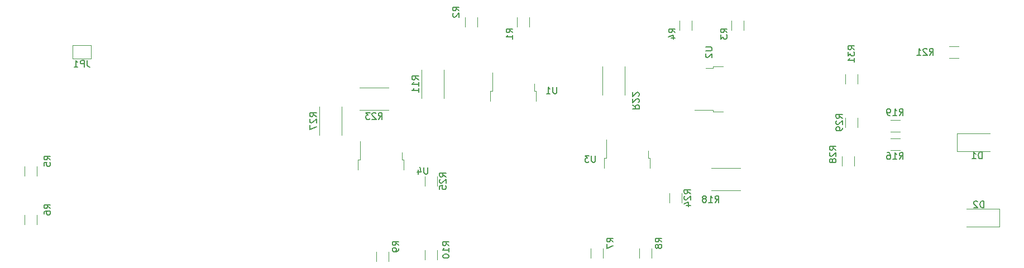
<source format=gbr>
%TF.GenerationSoftware,KiCad,Pcbnew,(5.1.10)-1*%
%TF.CreationDate,2021-11-20T18:22:11+01:00*%
%TF.ProjectId,MRAMP00_PowerSupply,4d52414d-5030-4305-9f50-6f7765725375,rev?*%
%TF.SameCoordinates,Original*%
%TF.FileFunction,Legend,Bot*%
%TF.FilePolarity,Positive*%
%FSLAX46Y46*%
G04 Gerber Fmt 4.6, Leading zero omitted, Abs format (unit mm)*
G04 Created by KiCad (PCBNEW (5.1.10)-1) date 2021-11-20 18:22:11*
%MOMM*%
%LPD*%
G01*
G04 APERTURE LIST*
%ADD10C,0.120000*%
%ADD11C,0.150000*%
G04 APERTURE END LIST*
D10*
%TO.C,D2*%
X-485716000Y3950000D02*
X-490696000Y3950000D01*
X-485716000Y1230000D02*
X-490696000Y1230000D01*
X-485716000Y3950000D02*
X-485716000Y1230000D01*
%TO.C,D1*%
X-492130000Y12660000D02*
X-487150000Y12660000D01*
X-492130000Y15380000D02*
X-487150000Y15380000D01*
X-492130000Y12660000D02*
X-492130000Y15380000D01*
%TO.C,R31*%
X-509010000Y24399064D02*
X-509010000Y22944936D01*
X-507190000Y24399064D02*
X-507190000Y22944936D01*
%TO.C,R29*%
X-509010000Y17795064D02*
X-509010000Y16340936D01*
X-507190000Y17795064D02*
X-507190000Y16340936D01*
%TO.C,R28*%
X-507698000Y10498936D02*
X-507698000Y11953064D01*
X-509518000Y10498936D02*
X-509518000Y11953064D01*
%TO.C,R27*%
X-588804000Y19499064D02*
X-588804000Y15144936D01*
X-585384000Y19499064D02*
X-585384000Y15144936D01*
%TO.C,R25*%
X-570944000Y7450936D02*
X-570944000Y8905064D01*
X-572764000Y7450936D02*
X-572764000Y8905064D01*
%TO.C,R24*%
X-533860000Y4910936D02*
X-533860000Y6365064D01*
X-535680000Y4910936D02*
X-535680000Y6365064D01*
%TO.C,R23*%
X-582667064Y18914000D02*
X-578312936Y18914000D01*
X-582667064Y22334000D02*
X-578312936Y22334000D01*
%TO.C,R22*%
X-542458000Y21240936D02*
X-542458000Y25595064D01*
X-545878000Y21240936D02*
X-545878000Y25595064D01*
%TO.C,R21*%
X-493333064Y26826000D02*
X-491878936Y26826000D01*
X-493333064Y28646000D02*
X-491878936Y28646000D01*
%TO.C,R19*%
X-502223064Y15650000D02*
X-500768936Y15650000D01*
X-502223064Y17470000D02*
X-500768936Y17470000D01*
%TO.C,R18*%
X-524972936Y10142000D02*
X-529327064Y10142000D01*
X-524972936Y6722000D02*
X-529327064Y6722000D01*
%TO.C,R16*%
X-502223064Y12856000D02*
X-500768936Y12856000D01*
X-502223064Y14676000D02*
X-500768936Y14676000D01*
%TO.C,R11*%
X-573310000Y25087064D02*
X-573310000Y20732936D01*
X-569890000Y25087064D02*
X-569890000Y20732936D01*
%TO.C,R10*%
X-572764000Y-2270936D02*
X-572764000Y-3725064D01*
X-570944000Y-2270936D02*
X-570944000Y-3725064D01*
%TO.C,R9*%
X-578310000Y-3979064D02*
X-578310000Y-2524936D01*
X-580130000Y-3979064D02*
X-580130000Y-2524936D01*
%TO.C,R8*%
X-538432000Y-2016936D02*
X-538432000Y-3471064D01*
X-540252000Y-2016936D02*
X-540252000Y-3471064D01*
%TO.C,R7*%
X-545798000Y-3471064D02*
X-545798000Y-2016936D01*
X-547618000Y-3471064D02*
X-547618000Y-2016936D01*
%TO.C,R6*%
X-633470000Y3063064D02*
X-633470000Y1608936D01*
X-631650000Y3063064D02*
X-631650000Y1608936D01*
%TO.C,R5*%
X-633470000Y10429064D02*
X-633470000Y8974936D01*
X-631650000Y10429064D02*
X-631650000Y8974936D01*
%TO.C,R4*%
X-532336000Y31072936D02*
X-532336000Y32527064D01*
X-534156000Y31072936D02*
X-534156000Y32527064D01*
%TO.C,R3*%
X-526282000Y32527064D02*
X-526282000Y31072936D01*
X-524462000Y32527064D02*
X-524462000Y31072936D01*
%TO.C,R2*%
X-564848000Y31580936D02*
X-564848000Y33035064D01*
X-566668000Y31580936D02*
X-566668000Y33035064D01*
%TO.C,R1*%
X-558794000Y33035064D02*
X-558794000Y31580936D01*
X-556974000Y33035064D02*
X-556974000Y31580936D01*
%TO.C,U4*%
X-582924000Y9910000D02*
X-582924000Y11410000D01*
X-582924000Y11410000D02*
X-582654000Y11410000D01*
X-582654000Y11410000D02*
X-582654000Y14240000D01*
X-576024000Y9910000D02*
X-576024000Y11410000D01*
X-576024000Y11410000D02*
X-576294000Y11410000D01*
X-576294000Y11410000D02*
X-576294000Y12510000D01*
%TO.C,U3*%
X-545586000Y10164000D02*
X-545586000Y11664000D01*
X-545586000Y11664000D02*
X-545316000Y11664000D01*
X-545316000Y11664000D02*
X-545316000Y14494000D01*
X-538686000Y10164000D02*
X-538686000Y11664000D01*
X-538686000Y11664000D02*
X-538956000Y11664000D01*
X-538956000Y11664000D02*
X-538956000Y12764000D01*
%TO.C,U2*%
X-527612000Y18698000D02*
X-529112000Y18698000D01*
X-529112000Y18698000D02*
X-529112000Y18968000D01*
X-529112000Y18968000D02*
X-531942000Y18968000D01*
X-527612000Y25598000D02*
X-529112000Y25598000D01*
X-529112000Y25598000D02*
X-529112000Y25328000D01*
X-529112000Y25328000D02*
X-530212000Y25328000D01*
%TO.C,U1*%
X-562858000Y20324000D02*
X-562858000Y21824000D01*
X-562858000Y21824000D02*
X-562588000Y21824000D01*
X-562588000Y21824000D02*
X-562588000Y24654000D01*
X-555958000Y20324000D02*
X-555958000Y21824000D01*
X-555958000Y21824000D02*
X-556228000Y21824000D01*
X-556228000Y21824000D02*
X-556228000Y22924000D01*
%TO.C,JP1*%
X-626228000Y28736000D02*
X-626228000Y26736000D01*
X-623428000Y28736000D02*
X-626228000Y28736000D01*
X-623428000Y26736000D02*
X-623428000Y28736000D01*
X-626228000Y26736000D02*
X-623428000Y26736000D01*
%TO.C,D2*%
D11*
X-488057904Y4137619D02*
X-488057904Y5137619D01*
X-488296000Y5137619D01*
X-488438857Y5090000D01*
X-488534095Y4994761D01*
X-488581714Y4899523D01*
X-488629333Y4709047D01*
X-488629333Y4566190D01*
X-488581714Y4375714D01*
X-488534095Y4280476D01*
X-488438857Y4185238D01*
X-488296000Y4137619D01*
X-488057904Y4137619D01*
X-489010285Y5042380D02*
X-489057904Y5090000D01*
X-489153142Y5137619D01*
X-489391238Y5137619D01*
X-489486476Y5090000D01*
X-489534095Y5042380D01*
X-489581714Y4947142D01*
X-489581714Y4851904D01*
X-489534095Y4709047D01*
X-488962666Y4137619D01*
X-489581714Y4137619D01*
%TO.C,D1*%
X-488311904Y11567619D02*
X-488311904Y12567619D01*
X-488550000Y12567619D01*
X-488692857Y12520000D01*
X-488788095Y12424761D01*
X-488835714Y12329523D01*
X-488883333Y12139047D01*
X-488883333Y11996190D01*
X-488835714Y11805714D01*
X-488788095Y11710476D01*
X-488692857Y11615238D01*
X-488550000Y11567619D01*
X-488311904Y11567619D01*
X-489835714Y11567619D02*
X-489264285Y11567619D01*
X-489550000Y11567619D02*
X-489550000Y12567619D01*
X-489454761Y12424761D01*
X-489359523Y12329523D01*
X-489264285Y12281904D01*
%TO.C,R31*%
X-507647619Y28124857D02*
X-508123809Y28458190D01*
X-507647619Y28696285D02*
X-508647619Y28696285D01*
X-508647619Y28315333D01*
X-508600000Y28220095D01*
X-508552380Y28172476D01*
X-508457142Y28124857D01*
X-508314285Y28124857D01*
X-508219047Y28172476D01*
X-508171428Y28220095D01*
X-508123809Y28315333D01*
X-508123809Y28696285D01*
X-508647619Y27791523D02*
X-508647619Y27172476D01*
X-508266666Y27505809D01*
X-508266666Y27362952D01*
X-508219047Y27267714D01*
X-508171428Y27220095D01*
X-508076190Y27172476D01*
X-507838095Y27172476D01*
X-507742857Y27220095D01*
X-507695238Y27267714D01*
X-507647619Y27362952D01*
X-507647619Y27648666D01*
X-507695238Y27743904D01*
X-507742857Y27791523D01*
X-507647619Y26220095D02*
X-507647619Y26791523D01*
X-507647619Y26505809D02*
X-508647619Y26505809D01*
X-508504761Y26601047D01*
X-508409523Y26696285D01*
X-508361904Y26791523D01*
%TO.C,R29*%
X-509467619Y17710857D02*
X-509943809Y18044190D01*
X-509467619Y18282285D02*
X-510467619Y18282285D01*
X-510467619Y17901333D01*
X-510420000Y17806095D01*
X-510372380Y17758476D01*
X-510277142Y17710857D01*
X-510134285Y17710857D01*
X-510039047Y17758476D01*
X-509991428Y17806095D01*
X-509943809Y17901333D01*
X-509943809Y18282285D01*
X-510372380Y17329904D02*
X-510420000Y17282285D01*
X-510467619Y17187047D01*
X-510467619Y16948952D01*
X-510420000Y16853714D01*
X-510372380Y16806095D01*
X-510277142Y16758476D01*
X-510181904Y16758476D01*
X-510039047Y16806095D01*
X-509467619Y17377523D01*
X-509467619Y16758476D01*
X-509467619Y16282285D02*
X-509467619Y16091809D01*
X-509515238Y15996571D01*
X-509562857Y15948952D01*
X-509705714Y15853714D01*
X-509896190Y15806095D01*
X-510277142Y15806095D01*
X-510372380Y15853714D01*
X-510420000Y15901333D01*
X-510467619Y15996571D01*
X-510467619Y16187047D01*
X-510420000Y16282285D01*
X-510372380Y16329904D01*
X-510277142Y16377523D01*
X-510039047Y16377523D01*
X-509943809Y16329904D01*
X-509896190Y16282285D01*
X-509848571Y16187047D01*
X-509848571Y15996571D01*
X-509896190Y15901333D01*
X-509943809Y15853714D01*
X-510039047Y15806095D01*
%TO.C,R28*%
X-510441619Y12884857D02*
X-510917809Y13218190D01*
X-510441619Y13456285D02*
X-511441619Y13456285D01*
X-511441619Y13075333D01*
X-511394000Y12980095D01*
X-511346380Y12932476D01*
X-511251142Y12884857D01*
X-511108285Y12884857D01*
X-511013047Y12932476D01*
X-510965428Y12980095D01*
X-510917809Y13075333D01*
X-510917809Y13456285D01*
X-511346380Y12503904D02*
X-511394000Y12456285D01*
X-511441619Y12361047D01*
X-511441619Y12122952D01*
X-511394000Y12027714D01*
X-511346380Y11980095D01*
X-511251142Y11932476D01*
X-511155904Y11932476D01*
X-511013047Y11980095D01*
X-510441619Y12551523D01*
X-510441619Y11932476D01*
X-511013047Y11361047D02*
X-511060666Y11456285D01*
X-511108285Y11503904D01*
X-511203523Y11551523D01*
X-511251142Y11551523D01*
X-511346380Y11503904D01*
X-511394000Y11456285D01*
X-511441619Y11361047D01*
X-511441619Y11170571D01*
X-511394000Y11075333D01*
X-511346380Y11027714D01*
X-511251142Y10980095D01*
X-511203523Y10980095D01*
X-511108285Y11027714D01*
X-511060666Y11075333D01*
X-511013047Y11170571D01*
X-511013047Y11361047D01*
X-510965428Y11456285D01*
X-510917809Y11503904D01*
X-510822571Y11551523D01*
X-510632095Y11551523D01*
X-510536857Y11503904D01*
X-510489238Y11456285D01*
X-510441619Y11361047D01*
X-510441619Y11170571D01*
X-510489238Y11075333D01*
X-510536857Y11027714D01*
X-510632095Y10980095D01*
X-510822571Y10980095D01*
X-510917809Y11027714D01*
X-510965428Y11075333D01*
X-511013047Y11170571D01*
%TO.C,R27*%
X-589261619Y17964857D02*
X-589737809Y18298190D01*
X-589261619Y18536285D02*
X-590261619Y18536285D01*
X-590261619Y18155333D01*
X-590214000Y18060095D01*
X-590166380Y18012476D01*
X-590071142Y17964857D01*
X-589928285Y17964857D01*
X-589833047Y18012476D01*
X-589785428Y18060095D01*
X-589737809Y18155333D01*
X-589737809Y18536285D01*
X-590166380Y17583904D02*
X-590214000Y17536285D01*
X-590261619Y17441047D01*
X-590261619Y17202952D01*
X-590214000Y17107714D01*
X-590166380Y17060095D01*
X-590071142Y17012476D01*
X-589975904Y17012476D01*
X-589833047Y17060095D01*
X-589261619Y17631523D01*
X-589261619Y17012476D01*
X-590261619Y16679142D02*
X-590261619Y16012476D01*
X-589261619Y16441047D01*
%TO.C,R25*%
X-569581619Y8820857D02*
X-570057809Y9154190D01*
X-569581619Y9392285D02*
X-570581619Y9392285D01*
X-570581619Y9011333D01*
X-570534000Y8916095D01*
X-570486380Y8868476D01*
X-570391142Y8820857D01*
X-570248285Y8820857D01*
X-570153047Y8868476D01*
X-570105428Y8916095D01*
X-570057809Y9011333D01*
X-570057809Y9392285D01*
X-570486380Y8439904D02*
X-570534000Y8392285D01*
X-570581619Y8297047D01*
X-570581619Y8058952D01*
X-570534000Y7963714D01*
X-570486380Y7916095D01*
X-570391142Y7868476D01*
X-570295904Y7868476D01*
X-570153047Y7916095D01*
X-569581619Y8487523D01*
X-569581619Y7868476D01*
X-570581619Y6963714D02*
X-570581619Y7439904D01*
X-570105428Y7487523D01*
X-570153047Y7439904D01*
X-570200666Y7344666D01*
X-570200666Y7106571D01*
X-570153047Y7011333D01*
X-570105428Y6963714D01*
X-570010190Y6916095D01*
X-569772095Y6916095D01*
X-569676857Y6963714D01*
X-569629238Y7011333D01*
X-569581619Y7106571D01*
X-569581619Y7344666D01*
X-569629238Y7439904D01*
X-569676857Y7487523D01*
%TO.C,R24*%
X-532497619Y6280857D02*
X-532973809Y6614190D01*
X-532497619Y6852285D02*
X-533497619Y6852285D01*
X-533497619Y6471333D01*
X-533450000Y6376095D01*
X-533402380Y6328476D01*
X-533307142Y6280857D01*
X-533164285Y6280857D01*
X-533069047Y6328476D01*
X-533021428Y6376095D01*
X-532973809Y6471333D01*
X-532973809Y6852285D01*
X-533402380Y5899904D02*
X-533450000Y5852285D01*
X-533497619Y5757047D01*
X-533497619Y5518952D01*
X-533450000Y5423714D01*
X-533402380Y5376095D01*
X-533307142Y5328476D01*
X-533211904Y5328476D01*
X-533069047Y5376095D01*
X-532497619Y5947523D01*
X-532497619Y5328476D01*
X-533164285Y4471333D02*
X-532497619Y4471333D01*
X-533545238Y4709428D02*
X-532830952Y4947523D01*
X-532830952Y4328476D01*
%TO.C,R23*%
X-579847142Y17551619D02*
X-579513809Y18027809D01*
X-579275714Y17551619D02*
X-579275714Y18551619D01*
X-579656666Y18551619D01*
X-579751904Y18504000D01*
X-579799523Y18456380D01*
X-579847142Y18361142D01*
X-579847142Y18218285D01*
X-579799523Y18123047D01*
X-579751904Y18075428D01*
X-579656666Y18027809D01*
X-579275714Y18027809D01*
X-580228095Y18456380D02*
X-580275714Y18504000D01*
X-580370952Y18551619D01*
X-580609047Y18551619D01*
X-580704285Y18504000D01*
X-580751904Y18456380D01*
X-580799523Y18361142D01*
X-580799523Y18265904D01*
X-580751904Y18123047D01*
X-580180476Y17551619D01*
X-580799523Y17551619D01*
X-581132857Y18551619D02*
X-581751904Y18551619D01*
X-581418571Y18170666D01*
X-581561428Y18170666D01*
X-581656666Y18123047D01*
X-581704285Y18075428D01*
X-581751904Y17980190D01*
X-581751904Y17742095D01*
X-581704285Y17646857D01*
X-581656666Y17599238D01*
X-581561428Y17551619D01*
X-581275714Y17551619D01*
X-581180476Y17599238D01*
X-581132857Y17646857D01*
%TO.C,R22*%
X-541318380Y19727142D02*
X-540842190Y19393809D01*
X-541318380Y19155714D02*
X-540318380Y19155714D01*
X-540318380Y19536666D01*
X-540366000Y19631904D01*
X-540413619Y19679523D01*
X-540508857Y19727142D01*
X-540651714Y19727142D01*
X-540746952Y19679523D01*
X-540794571Y19631904D01*
X-540842190Y19536666D01*
X-540842190Y19155714D01*
X-540413619Y20108095D02*
X-540366000Y20155714D01*
X-540318380Y20250952D01*
X-540318380Y20489047D01*
X-540366000Y20584285D01*
X-540413619Y20631904D01*
X-540508857Y20679523D01*
X-540604095Y20679523D01*
X-540746952Y20631904D01*
X-541318380Y20060476D01*
X-541318380Y20679523D01*
X-540413619Y21060476D02*
X-540366000Y21108095D01*
X-540318380Y21203333D01*
X-540318380Y21441428D01*
X-540366000Y21536666D01*
X-540413619Y21584285D01*
X-540508857Y21631904D01*
X-540604095Y21631904D01*
X-540746952Y21584285D01*
X-541318380Y21012857D01*
X-541318380Y21631904D01*
%TO.C,R21*%
X-496281142Y27283619D02*
X-495947809Y27759809D01*
X-495709714Y27283619D02*
X-495709714Y28283619D01*
X-496090666Y28283619D01*
X-496185904Y28236000D01*
X-496233523Y28188380D01*
X-496281142Y28093142D01*
X-496281142Y27950285D01*
X-496233523Y27855047D01*
X-496185904Y27807428D01*
X-496090666Y27759809D01*
X-495709714Y27759809D01*
X-496662095Y28188380D02*
X-496709714Y28236000D01*
X-496804952Y28283619D01*
X-497043047Y28283619D01*
X-497138285Y28236000D01*
X-497185904Y28188380D01*
X-497233523Y28093142D01*
X-497233523Y27997904D01*
X-497185904Y27855047D01*
X-496614476Y27283619D01*
X-497233523Y27283619D01*
X-498185904Y27283619D02*
X-497614476Y27283619D01*
X-497900190Y27283619D02*
X-497900190Y28283619D01*
X-497804952Y28140761D01*
X-497709714Y28045523D01*
X-497614476Y27997904D01*
%TO.C,R19*%
X-500853142Y18139619D02*
X-500519809Y18615809D01*
X-500281714Y18139619D02*
X-500281714Y19139619D01*
X-500662666Y19139619D01*
X-500757904Y19092000D01*
X-500805523Y19044380D01*
X-500853142Y18949142D01*
X-500853142Y18806285D01*
X-500805523Y18711047D01*
X-500757904Y18663428D01*
X-500662666Y18615809D01*
X-500281714Y18615809D01*
X-501805523Y18139619D02*
X-501234095Y18139619D01*
X-501519809Y18139619D02*
X-501519809Y19139619D01*
X-501424571Y18996761D01*
X-501329333Y18901523D01*
X-501234095Y18853904D01*
X-502281714Y18139619D02*
X-502472190Y18139619D01*
X-502567428Y18187238D01*
X-502615047Y18234857D01*
X-502710285Y18377714D01*
X-502757904Y18568190D01*
X-502757904Y18949142D01*
X-502710285Y19044380D01*
X-502662666Y19092000D01*
X-502567428Y19139619D01*
X-502376952Y19139619D01*
X-502281714Y19092000D01*
X-502234095Y19044380D01*
X-502186476Y18949142D01*
X-502186476Y18711047D01*
X-502234095Y18615809D01*
X-502281714Y18568190D01*
X-502376952Y18520571D01*
X-502567428Y18520571D01*
X-502662666Y18568190D01*
X-502710285Y18615809D01*
X-502757904Y18711047D01*
%TO.C,R18*%
X-528795142Y4931619D02*
X-528461809Y5407809D01*
X-528223714Y4931619D02*
X-528223714Y5931619D01*
X-528604666Y5931619D01*
X-528699904Y5884000D01*
X-528747523Y5836380D01*
X-528795142Y5741142D01*
X-528795142Y5598285D01*
X-528747523Y5503047D01*
X-528699904Y5455428D01*
X-528604666Y5407809D01*
X-528223714Y5407809D01*
X-529747523Y4931619D02*
X-529176095Y4931619D01*
X-529461809Y4931619D02*
X-529461809Y5931619D01*
X-529366571Y5788761D01*
X-529271333Y5693523D01*
X-529176095Y5645904D01*
X-530318952Y5503047D02*
X-530223714Y5550666D01*
X-530176095Y5598285D01*
X-530128476Y5693523D01*
X-530128476Y5741142D01*
X-530176095Y5836380D01*
X-530223714Y5884000D01*
X-530318952Y5931619D01*
X-530509428Y5931619D01*
X-530604666Y5884000D01*
X-530652285Y5836380D01*
X-530699904Y5741142D01*
X-530699904Y5693523D01*
X-530652285Y5598285D01*
X-530604666Y5550666D01*
X-530509428Y5503047D01*
X-530318952Y5503047D01*
X-530223714Y5455428D01*
X-530176095Y5407809D01*
X-530128476Y5312571D01*
X-530128476Y5122095D01*
X-530176095Y5026857D01*
X-530223714Y4979238D01*
X-530318952Y4931619D01*
X-530509428Y4931619D01*
X-530604666Y4979238D01*
X-530652285Y5026857D01*
X-530699904Y5122095D01*
X-530699904Y5312571D01*
X-530652285Y5407809D01*
X-530604666Y5455428D01*
X-530509428Y5503047D01*
%TO.C,R16*%
X-500853142Y11493619D02*
X-500519809Y11969809D01*
X-500281714Y11493619D02*
X-500281714Y12493619D01*
X-500662666Y12493619D01*
X-500757904Y12446000D01*
X-500805523Y12398380D01*
X-500853142Y12303142D01*
X-500853142Y12160285D01*
X-500805523Y12065047D01*
X-500757904Y12017428D01*
X-500662666Y11969809D01*
X-500281714Y11969809D01*
X-501805523Y11493619D02*
X-501234095Y11493619D01*
X-501519809Y11493619D02*
X-501519809Y12493619D01*
X-501424571Y12350761D01*
X-501329333Y12255523D01*
X-501234095Y12207904D01*
X-502662666Y12493619D02*
X-502472190Y12493619D01*
X-502376952Y12446000D01*
X-502329333Y12398380D01*
X-502234095Y12255523D01*
X-502186476Y12065047D01*
X-502186476Y11684095D01*
X-502234095Y11588857D01*
X-502281714Y11541238D01*
X-502376952Y11493619D01*
X-502567428Y11493619D01*
X-502662666Y11541238D01*
X-502710285Y11588857D01*
X-502757904Y11684095D01*
X-502757904Y11922190D01*
X-502710285Y12017428D01*
X-502662666Y12065047D01*
X-502567428Y12112666D01*
X-502376952Y12112666D01*
X-502281714Y12065047D01*
X-502234095Y12017428D01*
X-502186476Y11922190D01*
%TO.C,R11*%
X-573767619Y23552857D02*
X-574243809Y23886190D01*
X-573767619Y24124285D02*
X-574767619Y24124285D01*
X-574767619Y23743333D01*
X-574720000Y23648095D01*
X-574672380Y23600476D01*
X-574577142Y23552857D01*
X-574434285Y23552857D01*
X-574339047Y23600476D01*
X-574291428Y23648095D01*
X-574243809Y23743333D01*
X-574243809Y24124285D01*
X-573767619Y22600476D02*
X-573767619Y23171904D01*
X-573767619Y22886190D02*
X-574767619Y22886190D01*
X-574624761Y22981428D01*
X-574529523Y23076666D01*
X-574481904Y23171904D01*
X-573767619Y21648095D02*
X-573767619Y22219523D01*
X-573767619Y21933809D02*
X-574767619Y21933809D01*
X-574624761Y22029047D01*
X-574529523Y22124285D01*
X-574481904Y22219523D01*
%TO.C,R10*%
X-569115619Y-1593142D02*
X-569591809Y-1259809D01*
X-569115619Y-1021714D02*
X-570115619Y-1021714D01*
X-570115619Y-1402666D01*
X-570068000Y-1497904D01*
X-570020380Y-1545523D01*
X-569925142Y-1593142D01*
X-569782285Y-1593142D01*
X-569687047Y-1545523D01*
X-569639428Y-1497904D01*
X-569591809Y-1402666D01*
X-569591809Y-1021714D01*
X-569115619Y-2545523D02*
X-569115619Y-1974095D01*
X-569115619Y-2259809D02*
X-570115619Y-2259809D01*
X-569972761Y-2164571D01*
X-569877523Y-2069333D01*
X-569829904Y-1974095D01*
X-570115619Y-3164571D02*
X-570115619Y-3259809D01*
X-570068000Y-3355047D01*
X-570020380Y-3402666D01*
X-569925142Y-3450285D01*
X-569734666Y-3497904D01*
X-569496571Y-3497904D01*
X-569306095Y-3450285D01*
X-569210857Y-3402666D01*
X-569163238Y-3355047D01*
X-569115619Y-3259809D01*
X-569115619Y-3164571D01*
X-569163238Y-3069333D01*
X-569210857Y-3021714D01*
X-569306095Y-2974095D01*
X-569496571Y-2926476D01*
X-569734666Y-2926476D01*
X-569925142Y-2974095D01*
X-570020380Y-3021714D01*
X-570068000Y-3069333D01*
X-570115619Y-3164571D01*
%TO.C,R9*%
X-576735619Y-1561333D02*
X-577211809Y-1228000D01*
X-576735619Y-989904D02*
X-577735619Y-989904D01*
X-577735619Y-1370857D01*
X-577688000Y-1466095D01*
X-577640380Y-1513714D01*
X-577545142Y-1561333D01*
X-577402285Y-1561333D01*
X-577307047Y-1513714D01*
X-577259428Y-1466095D01*
X-577211809Y-1370857D01*
X-577211809Y-989904D01*
X-576735619Y-2037523D02*
X-576735619Y-2228000D01*
X-576783238Y-2323238D01*
X-576830857Y-2370857D01*
X-576973714Y-2466095D01*
X-577164190Y-2513714D01*
X-577545142Y-2513714D01*
X-577640380Y-2466095D01*
X-577688000Y-2418476D01*
X-577735619Y-2323238D01*
X-577735619Y-2132761D01*
X-577688000Y-2037523D01*
X-577640380Y-1989904D01*
X-577545142Y-1942285D01*
X-577307047Y-1942285D01*
X-577211809Y-1989904D01*
X-577164190Y-2037523D01*
X-577116571Y-2132761D01*
X-577116571Y-2323238D01*
X-577164190Y-2418476D01*
X-577211809Y-2466095D01*
X-577307047Y-2513714D01*
%TO.C,R8*%
X-536857619Y-1053333D02*
X-537333809Y-720000D01*
X-536857619Y-481904D02*
X-537857619Y-481904D01*
X-537857619Y-862857D01*
X-537810000Y-958095D01*
X-537762380Y-1005714D01*
X-537667142Y-1053333D01*
X-537524285Y-1053333D01*
X-537429047Y-1005714D01*
X-537381428Y-958095D01*
X-537333809Y-862857D01*
X-537333809Y-481904D01*
X-537429047Y-1624761D02*
X-537476666Y-1529523D01*
X-537524285Y-1481904D01*
X-537619523Y-1434285D01*
X-537667142Y-1434285D01*
X-537762380Y-1481904D01*
X-537810000Y-1529523D01*
X-537857619Y-1624761D01*
X-537857619Y-1815238D01*
X-537810000Y-1910476D01*
X-537762380Y-1958095D01*
X-537667142Y-2005714D01*
X-537619523Y-2005714D01*
X-537524285Y-1958095D01*
X-537476666Y-1910476D01*
X-537429047Y-1815238D01*
X-537429047Y-1624761D01*
X-537381428Y-1529523D01*
X-537333809Y-1481904D01*
X-537238571Y-1434285D01*
X-537048095Y-1434285D01*
X-536952857Y-1481904D01*
X-536905238Y-1529523D01*
X-536857619Y-1624761D01*
X-536857619Y-1815238D01*
X-536905238Y-1910476D01*
X-536952857Y-1958095D01*
X-537048095Y-2005714D01*
X-537238571Y-2005714D01*
X-537333809Y-1958095D01*
X-537381428Y-1910476D01*
X-537429047Y-1815238D01*
%TO.C,R7*%
X-544223619Y-1053333D02*
X-544699809Y-720000D01*
X-544223619Y-481904D02*
X-545223619Y-481904D01*
X-545223619Y-862857D01*
X-545176000Y-958095D01*
X-545128380Y-1005714D01*
X-545033142Y-1053333D01*
X-544890285Y-1053333D01*
X-544795047Y-1005714D01*
X-544747428Y-958095D01*
X-544699809Y-862857D01*
X-544699809Y-481904D01*
X-545223619Y-1386666D02*
X-545223619Y-2053333D01*
X-544223619Y-1624761D01*
%TO.C,R6*%
X-629567619Y4026666D02*
X-630043809Y4360000D01*
X-629567619Y4598095D02*
X-630567619Y4598095D01*
X-630567619Y4217142D01*
X-630520000Y4121904D01*
X-630472380Y4074285D01*
X-630377142Y4026666D01*
X-630234285Y4026666D01*
X-630139047Y4074285D01*
X-630091428Y4121904D01*
X-630043809Y4217142D01*
X-630043809Y4598095D01*
X-630567619Y3169523D02*
X-630567619Y3360000D01*
X-630520000Y3455238D01*
X-630472380Y3502857D01*
X-630329523Y3598095D01*
X-630139047Y3645714D01*
X-629758095Y3645714D01*
X-629662857Y3598095D01*
X-629615238Y3550476D01*
X-629567619Y3455238D01*
X-629567619Y3264761D01*
X-629615238Y3169523D01*
X-629662857Y3121904D01*
X-629758095Y3074285D01*
X-629996190Y3074285D01*
X-630091428Y3121904D01*
X-630139047Y3169523D01*
X-630186666Y3264761D01*
X-630186666Y3455238D01*
X-630139047Y3550476D01*
X-630091428Y3598095D01*
X-629996190Y3645714D01*
%TO.C,R5*%
X-629567619Y11392666D02*
X-630043809Y11726000D01*
X-629567619Y11964095D02*
X-630567619Y11964095D01*
X-630567619Y11583142D01*
X-630520000Y11487904D01*
X-630472380Y11440285D01*
X-630377142Y11392666D01*
X-630234285Y11392666D01*
X-630139047Y11440285D01*
X-630091428Y11487904D01*
X-630043809Y11583142D01*
X-630043809Y11964095D01*
X-630567619Y10487904D02*
X-630567619Y10964095D01*
X-630091428Y11011714D01*
X-630139047Y10964095D01*
X-630186666Y10868857D01*
X-630186666Y10630761D01*
X-630139047Y10535523D01*
X-630091428Y10487904D01*
X-629996190Y10440285D01*
X-629758095Y10440285D01*
X-629662857Y10487904D01*
X-629615238Y10535523D01*
X-629567619Y10630761D01*
X-629567619Y10868857D01*
X-629615238Y10964095D01*
X-629662857Y11011714D01*
%TO.C,R4*%
X-534825619Y30696666D02*
X-535301809Y31030000D01*
X-534825619Y31268095D02*
X-535825619Y31268095D01*
X-535825619Y30887142D01*
X-535778000Y30791904D01*
X-535730380Y30744285D01*
X-535635142Y30696666D01*
X-535492285Y30696666D01*
X-535397047Y30744285D01*
X-535349428Y30791904D01*
X-535301809Y30887142D01*
X-535301809Y31268095D01*
X-535492285Y29839523D02*
X-534825619Y29839523D01*
X-535873238Y30077619D02*
X-535158952Y30315714D01*
X-535158952Y29696666D01*
%TO.C,R3*%
X-526951619Y30696666D02*
X-527427809Y31030000D01*
X-526951619Y31268095D02*
X-527951619Y31268095D01*
X-527951619Y30887142D01*
X-527904000Y30791904D01*
X-527856380Y30744285D01*
X-527761142Y30696666D01*
X-527618285Y30696666D01*
X-527523047Y30744285D01*
X-527475428Y30791904D01*
X-527427809Y30887142D01*
X-527427809Y31268095D01*
X-527951619Y30363333D02*
X-527951619Y29744285D01*
X-527570666Y30077619D01*
X-527570666Y29934761D01*
X-527523047Y29839523D01*
X-527475428Y29791904D01*
X-527380190Y29744285D01*
X-527142095Y29744285D01*
X-527046857Y29791904D01*
X-526999238Y29839523D01*
X-526951619Y29934761D01*
X-526951619Y30220476D01*
X-526999238Y30315714D01*
X-527046857Y30363333D01*
%TO.C,R2*%
X-567591619Y33998666D02*
X-568067809Y34332000D01*
X-567591619Y34570095D02*
X-568591619Y34570095D01*
X-568591619Y34189142D01*
X-568544000Y34093904D01*
X-568496380Y34046285D01*
X-568401142Y33998666D01*
X-568258285Y33998666D01*
X-568163047Y34046285D01*
X-568115428Y34093904D01*
X-568067809Y34189142D01*
X-568067809Y34570095D01*
X-568496380Y33617714D02*
X-568544000Y33570095D01*
X-568591619Y33474857D01*
X-568591619Y33236761D01*
X-568544000Y33141523D01*
X-568496380Y33093904D01*
X-568401142Y33046285D01*
X-568305904Y33046285D01*
X-568163047Y33093904D01*
X-567591619Y33665333D01*
X-567591619Y33046285D01*
%TO.C,R1*%
X-559463619Y30696666D02*
X-559939809Y31030000D01*
X-559463619Y31268095D02*
X-560463619Y31268095D01*
X-560463619Y30887142D01*
X-560416000Y30791904D01*
X-560368380Y30744285D01*
X-560273142Y30696666D01*
X-560130285Y30696666D01*
X-560035047Y30744285D01*
X-559987428Y30791904D01*
X-559939809Y30887142D01*
X-559939809Y31268095D01*
X-559463619Y29744285D02*
X-559463619Y30315714D01*
X-559463619Y30030000D02*
X-560463619Y30030000D01*
X-560320761Y30125238D01*
X-560225523Y30220476D01*
X-560177904Y30315714D01*
%TO.C,U4*%
X-572362095Y10249619D02*
X-572362095Y9440095D01*
X-572409714Y9344857D01*
X-572457333Y9297238D01*
X-572552571Y9249619D01*
X-572743047Y9249619D01*
X-572838285Y9297238D01*
X-572885904Y9344857D01*
X-572933523Y9440095D01*
X-572933523Y10249619D01*
X-573838285Y9916285D02*
X-573838285Y9249619D01*
X-573600190Y10297238D02*
X-573362095Y9582952D01*
X-573981142Y9582952D01*
%TO.C,U3*%
X-546962095Y12027619D02*
X-546962095Y11218095D01*
X-547009714Y11122857D01*
X-547057333Y11075238D01*
X-547152571Y11027619D01*
X-547343047Y11027619D01*
X-547438285Y11075238D01*
X-547485904Y11122857D01*
X-547533523Y11218095D01*
X-547533523Y12027619D01*
X-547914476Y12027619D02*
X-548533523Y12027619D01*
X-548200190Y11646666D01*
X-548343047Y11646666D01*
X-548438285Y11599047D01*
X-548485904Y11551428D01*
X-548533523Y11456190D01*
X-548533523Y11218095D01*
X-548485904Y11122857D01*
X-548438285Y11075238D01*
X-548343047Y11027619D01*
X-548057333Y11027619D01*
X-547962095Y11075238D01*
X-547914476Y11122857D01*
%TO.C,U2*%
X-530237619Y28497904D02*
X-529428095Y28497904D01*
X-529332857Y28450285D01*
X-529285238Y28402666D01*
X-529237619Y28307428D01*
X-529237619Y28116952D01*
X-529285238Y28021714D01*
X-529332857Y27974095D01*
X-529428095Y27926476D01*
X-530237619Y27926476D01*
X-530142380Y27497904D02*
X-530190000Y27450285D01*
X-530237619Y27355047D01*
X-530237619Y27116952D01*
X-530190000Y27021714D01*
X-530142380Y26974095D01*
X-530047142Y26926476D01*
X-529951904Y26926476D01*
X-529809047Y26974095D01*
X-529237619Y27545523D01*
X-529237619Y26926476D01*
%TO.C,U1*%
X-552804095Y22441619D02*
X-552804095Y21632095D01*
X-552851714Y21536857D01*
X-552899333Y21489238D01*
X-552994571Y21441619D01*
X-553185047Y21441619D01*
X-553280285Y21489238D01*
X-553327904Y21536857D01*
X-553375523Y21632095D01*
X-553375523Y22441619D01*
X-554375523Y21441619D02*
X-553804095Y21441619D01*
X-554089809Y21441619D02*
X-554089809Y22441619D01*
X-553994571Y22298761D01*
X-553899333Y22203523D01*
X-553804095Y22155904D01*
%TO.C,JP1*%
X-623994666Y26483619D02*
X-623994666Y25769333D01*
X-623947047Y25626476D01*
X-623851809Y25531238D01*
X-623708952Y25483619D01*
X-623613714Y25483619D01*
X-624470857Y25483619D02*
X-624470857Y26483619D01*
X-624851809Y26483619D01*
X-624947047Y26436000D01*
X-624994666Y26388380D01*
X-625042285Y26293142D01*
X-625042285Y26150285D01*
X-624994666Y26055047D01*
X-624947047Y26007428D01*
X-624851809Y25959809D01*
X-624470857Y25959809D01*
X-625994666Y25483619D02*
X-625423238Y25483619D01*
X-625708952Y25483619D02*
X-625708952Y26483619D01*
X-625613714Y26340761D01*
X-625518476Y26245523D01*
X-625423238Y26197904D01*
%TD*%
M02*

</source>
